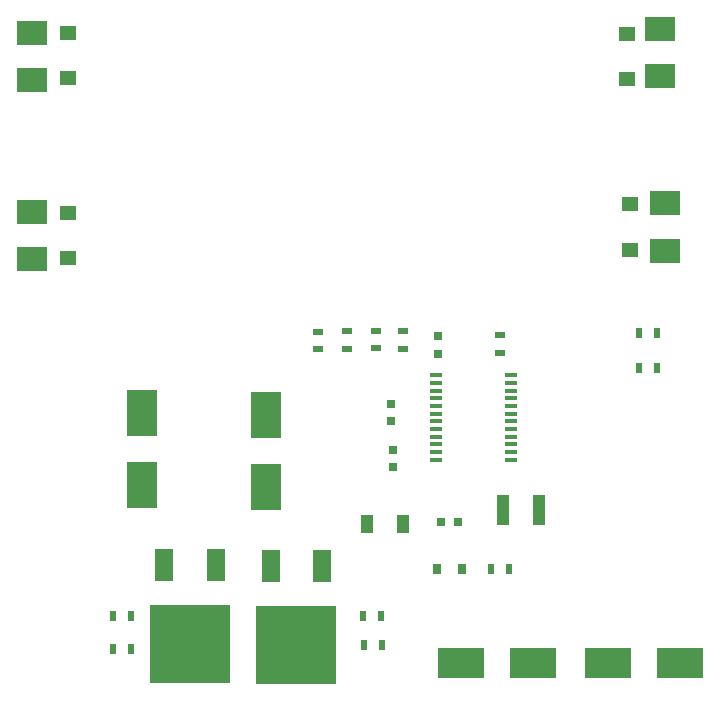
<source format=gbr>
G04 #@! TF.GenerationSoftware,KiCad,Pcbnew,5.0.0-rc2-dev-unknown-648803d~64~ubuntu16.04.1*
G04 #@! TF.CreationDate,2018-04-28T23:38:00-07:00*
G04 #@! TF.ProjectId,HICURRNT_Bridge,4849435552524E545F4272696467652E,rev?*
G04 #@! TF.SameCoordinates,Original*
G04 #@! TF.FileFunction,Paste,Top*
G04 #@! TF.FilePolarity,Positive*
%FSLAX46Y46*%
G04 Gerber Fmt 4.6, Leading zero omitted, Abs format (unit mm)*
G04 Created by KiCad (PCBNEW 5.0.0-rc2-dev-unknown-648803d~64~ubuntu16.04.1) date Sat Apr 28 23:38:00 2018*
%MOMM*%
%LPD*%
G01*
G04 APERTURE LIST*
%ADD10R,1.470000X1.270000*%
%ADD11R,2.500000X2.000000*%
%ADD12R,0.500000X0.900000*%
%ADD13R,2.500000X4.000000*%
%ADD14R,0.750000X0.800000*%
%ADD15R,4.000000X2.500000*%
%ADD16R,0.800000X0.750000*%
%ADD17R,1.000000X2.500000*%
%ADD18R,1.000000X1.600000*%
%ADD19R,0.800000X0.900000*%
%ADD20R,0.900000X0.500000*%
%ADD21R,1.550000X2.780000*%
%ADD22R,6.740000X6.730000*%
%ADD23R,1.100000X0.400000*%
G04 APERTURE END LIST*
D10*
X4615000Y62580000D03*
X4615000Y66450000D03*
D11*
X1600000Y47300000D03*
X1600000Y51300000D03*
X1600000Y62450000D03*
X1600000Y66450000D03*
X54800000Y62800000D03*
X54800000Y66800000D03*
X55200000Y48000000D03*
X55200000Y52000000D03*
D12*
X54500000Y38050000D03*
X53000000Y38050000D03*
D13*
X21400000Y28010000D03*
X21400000Y34110000D03*
D14*
X32200000Y31150000D03*
X32200000Y29650000D03*
X32000000Y35050000D03*
X32000000Y33550000D03*
X36000000Y40750000D03*
X36000000Y39250000D03*
D15*
X56450000Y13050000D03*
X50350000Y13050000D03*
D13*
X10950000Y34250000D03*
X10950000Y28150000D03*
D15*
X37950000Y13050000D03*
X44050000Y13050000D03*
D16*
X36200000Y25050000D03*
X37700000Y25050000D03*
D17*
X41500000Y26050000D03*
X44500000Y26050000D03*
D10*
X4615000Y47340000D03*
X4615000Y51210000D03*
X52200000Y51920000D03*
X52200000Y48050000D03*
X52000000Y62515000D03*
X52000000Y66385000D03*
D18*
X33000000Y24850000D03*
X30000000Y24850000D03*
D19*
X35900000Y21050000D03*
X38000000Y21050000D03*
D12*
X31150000Y17050000D03*
X29650000Y17050000D03*
D20*
X25800000Y41150000D03*
X25800000Y39650000D03*
X28250000Y39675000D03*
X28250000Y41175000D03*
X33000000Y41200000D03*
X33000000Y39700000D03*
X30750000Y41225000D03*
X30750000Y39725000D03*
X41200000Y39350000D03*
X41200000Y40850000D03*
D12*
X31200000Y14650000D03*
X29700000Y14650000D03*
X8500000Y17050000D03*
X10000000Y17050000D03*
X10000000Y14250000D03*
X8500000Y14250000D03*
X40500000Y21050000D03*
X42000000Y21050000D03*
X53000000Y41050000D03*
X54500000Y41050000D03*
D21*
X21820000Y21285000D03*
D22*
X24000000Y14650000D03*
D21*
X26180000Y21285000D03*
X17180000Y21350000D03*
D22*
X15000000Y14715000D03*
D21*
X12820000Y21350000D03*
D23*
X42150000Y37443750D03*
X42150000Y36793750D03*
X42150000Y36143750D03*
X42150000Y35493750D03*
X42150000Y34843750D03*
X42150000Y34193750D03*
X42150000Y33543750D03*
X42150000Y32893750D03*
X42150000Y32243750D03*
X42150000Y31593750D03*
X42150000Y30943750D03*
X42150000Y30293750D03*
X35850000Y30293750D03*
X35850000Y30943750D03*
X35850000Y31593750D03*
X35850000Y32243750D03*
X35850000Y32893750D03*
X35850000Y33543750D03*
X35850000Y34193750D03*
X35850000Y34843750D03*
X35850000Y35493750D03*
X35850000Y36143750D03*
X35850000Y36793750D03*
X35850000Y37443750D03*
M02*

</source>
